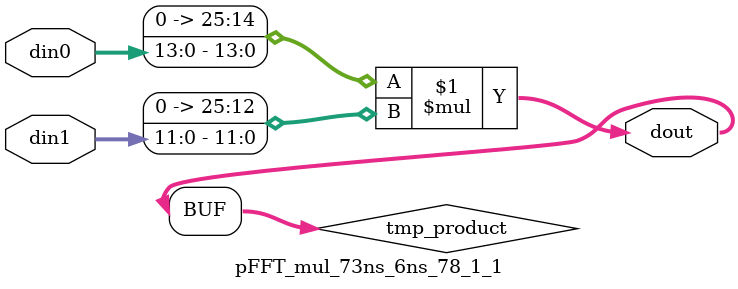
<source format=v>

`timescale 1 ns / 1 ps

 module pFFT_mul_73ns_6ns_78_1_1(din0, din1, dout);
parameter ID = 1;
parameter NUM_STAGE = 0;
parameter din0_WIDTH = 14;
parameter din1_WIDTH = 12;
parameter dout_WIDTH = 26;

input [din0_WIDTH - 1 : 0] din0; 
input [din1_WIDTH - 1 : 0] din1; 
output [dout_WIDTH - 1 : 0] dout;

wire signed [dout_WIDTH - 1 : 0] tmp_product;
























assign tmp_product = $signed({1'b0, din0}) * $signed({1'b0, din1});











assign dout = tmp_product;





















endmodule

</source>
